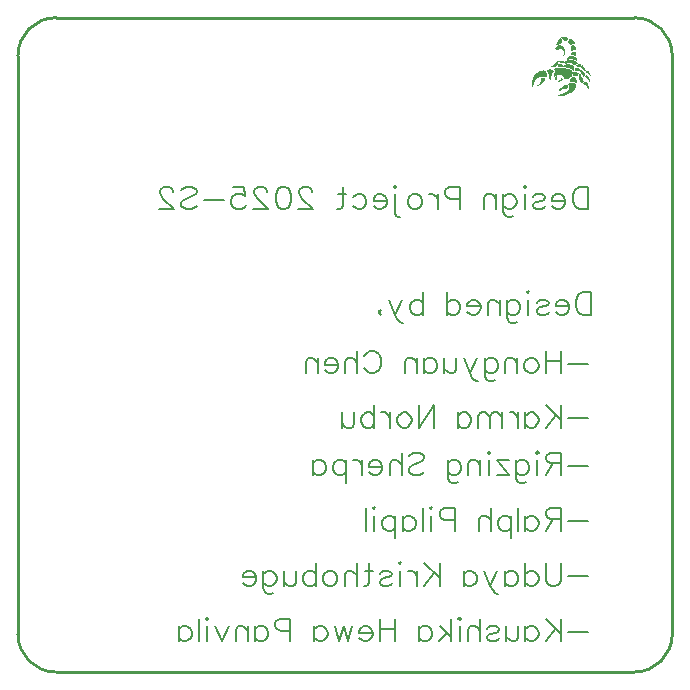
<source format=gbo>
G04 Layer: BottomSilkscreenLayer*
G04 EasyEDA v6.5.51, 2025-10-19 23:19:45*
G04 7b2d1a5a50ca49e0b1e0c3d03fbfd553,f84f62d461a54663ae58951fd378ab02,10*
G04 Gerber Generator version 0.2*
G04 Scale: 100 percent, Rotated: No, Reflected: No *
G04 Dimensions in millimeters *
G04 leading zeros omitted , absolute positions ,4 integer and 5 decimal *
%FSLAX45Y45*%
%MOMM*%

%ADD10C,0.2032*%
%ADD11C,0.2540*%
%ADD12C,0.0105*%

%LPD*%
G36*
X2892856Y1106424D02*
G01*
X2886506Y1106322D01*
X2882493Y1105763D01*
X2879902Y1104595D01*
X2878023Y1103172D01*
X2877769Y1102055D01*
X2879394Y1100734D01*
X2883154Y1098702D01*
X2886354Y1096670D01*
X2889402Y1094079D01*
X2892094Y1090930D01*
X2897479Y1083056D01*
X2900934Y1079754D01*
X2904896Y1077366D01*
X2909316Y1075944D01*
X2914192Y1075486D01*
X2919476Y1075994D01*
X2925267Y1077417D01*
X2931515Y1079804D01*
X2936443Y1082903D01*
X2939694Y1086967D01*
X2941116Y1091641D01*
X2940608Y1096670D01*
X2939542Y1099007D01*
X2937814Y1100683D01*
X2934868Y1101953D01*
X2930347Y1103122D01*
X2925368Y1103985D01*
X2910535Y1105509D01*
X2902458Y1106068D01*
G37*
G36*
X2952089Y1098499D02*
G01*
X2950616Y1097686D01*
X2950159Y1096568D01*
X2949498Y1091184D01*
X2949194Y1082751D01*
X2948432Y1079144D01*
X2946704Y1075944D01*
X2941218Y1069289D01*
X2939643Y1066647D01*
X2939084Y1064260D01*
X2939338Y1061720D01*
X2941574Y1057148D01*
X2945993Y1051102D01*
X2951530Y1044854D01*
X2957169Y1039723D01*
X2959303Y1038199D01*
X2960878Y1037742D01*
X2962503Y1038453D01*
X2964891Y1040282D01*
X2970072Y1043533D01*
X2976219Y1045768D01*
X2982214Y1046784D01*
X2987141Y1046276D01*
X2991002Y1045464D01*
X2992729Y1045413D01*
X2993999Y1045616D01*
X2995625Y1047648D01*
X2996336Y1051610D01*
X2996031Y1056487D01*
X2994710Y1061212D01*
X2993136Y1063955D01*
X2990392Y1067460D01*
X2986836Y1071524D01*
X2978048Y1080262D01*
X2973324Y1084529D01*
X2968599Y1088440D01*
X2964180Y1091692D01*
X2957830Y1095959D01*
X2954172Y1098092D01*
G37*
G36*
X2874619Y1095349D02*
G01*
X2869692Y1094943D01*
X2865170Y1092098D01*
X2860954Y1087577D01*
X2856738Y1082141D01*
X2852166Y1075283D01*
X2846679Y1066292D01*
X2841091Y1056132D01*
X2838348Y1049070D01*
X2838297Y1044143D01*
X2840583Y1040231D01*
X2844088Y1036421D01*
X2852928Y1041044D01*
X2857195Y1042924D01*
X2861818Y1044549D01*
X2866491Y1045768D01*
X2876550Y1047191D01*
X2879750Y1049121D01*
X2881934Y1054100D01*
X2884373Y1063904D01*
X2886710Y1074521D01*
X2887421Y1081024D01*
X2886557Y1085291D01*
X2884017Y1089253D01*
X2879547Y1093419D01*
G37*
G36*
X2982315Y1038809D02*
G01*
X2978099Y1038656D01*
X2974035Y1037386D01*
X2970276Y1034846D01*
X2966567Y1030427D01*
X2963926Y1024280D01*
X2962046Y1015746D01*
X2960827Y1004214D01*
X2960471Y993952D01*
X2962198Y988974D01*
X2966923Y988314D01*
X2980994Y992682D01*
X2985871Y993698D01*
X2990951Y994105D01*
X3008122Y993495D01*
X3008122Y1003757D01*
X3007664Y1009802D01*
X3006344Y1015492D01*
X3004261Y1020775D01*
X3001518Y1025601D01*
X2998266Y1029766D01*
X2994609Y1033271D01*
X2990697Y1036015D01*
X2986532Y1037894D01*
G37*
G36*
X2871165Y1038148D02*
G01*
X2865882Y1038098D01*
X2860903Y1037183D01*
X2854299Y1034897D01*
X2848406Y1032002D01*
X2842971Y1028192D01*
X2837586Y1023366D01*
X2832506Y1017371D01*
X2830372Y1012240D01*
X2831185Y1007668D01*
X2834944Y1003198D01*
X2840786Y999794D01*
X2847492Y998829D01*
X2854604Y1000252D01*
X2861716Y1004112D01*
X2866694Y1007110D01*
X2871571Y1008837D01*
X2876346Y1009396D01*
X2881020Y1008735D01*
X2885490Y1006906D01*
X2889758Y1003858D01*
X2893771Y999693D01*
X2897479Y994308D01*
X2899918Y989736D01*
X2901442Y985570D01*
X2902204Y981049D01*
X2902458Y975512D01*
X2902254Y969518D01*
X2901289Y965149D01*
X2899105Y960983D01*
X2892450Y951941D01*
X2889046Y946556D01*
X2888843Y945489D01*
X2892247Y946150D01*
X2897835Y949807D01*
X2903728Y954989D01*
X2907792Y960119D01*
X2910179Y965047D01*
X2912008Y970076D01*
X2913278Y975258D01*
X2913989Y980490D01*
X2914192Y985824D01*
X2913786Y991158D01*
X2912872Y996543D01*
X2911449Y1001877D01*
X2909468Y1007110D01*
X2906928Y1012342D01*
X2903880Y1017422D01*
X2900324Y1022400D01*
X2896412Y1026668D01*
X2891942Y1030325D01*
X2887065Y1033373D01*
X2881884Y1035710D01*
X2876550Y1037336D01*
G37*
G36*
X2986633Y983081D02*
G01*
X2978912Y982522D01*
X2972765Y980846D01*
X2967939Y977442D01*
X2963316Y972413D01*
X2959811Y967028D01*
X2958439Y962456D01*
X2959303Y957275D01*
X2962656Y954024D01*
X2969361Y952093D01*
X2980486Y950976D01*
X2993491Y950010D01*
X3003296Y948791D01*
X3004616Y949706D01*
X3005480Y952449D01*
X3006293Y957630D01*
X3006648Y965453D01*
X3005582Y972058D01*
X3003194Y977239D01*
X2999486Y980795D01*
X2994101Y982471D01*
G37*
G36*
X2967482Y946302D02*
G01*
X2961081Y945794D01*
X2954731Y944626D01*
X2947365Y942340D01*
X2940354Y939241D01*
X2934462Y935685D01*
X2930448Y932027D01*
X2928569Y928116D01*
X2927807Y923188D01*
X2928264Y918565D01*
X2929890Y915416D01*
X2932328Y913942D01*
X2935274Y913841D01*
X2939288Y915263D01*
X2945180Y918260D01*
X2950819Y920851D01*
X2956712Y922477D01*
X2962910Y923036D01*
X2969412Y922578D01*
X2976270Y921156D01*
X2983585Y918667D01*
X2991307Y915162D01*
X3004007Y908100D01*
X3010814Y904544D01*
X3012338Y904036D01*
X3014827Y905916D01*
X3016097Y910793D01*
X3015945Y917498D01*
X3014421Y924864D01*
X3012643Y928674D01*
X3009950Y932230D01*
X3006496Y935431D01*
X3002229Y938326D01*
X2997403Y940816D01*
X2992018Y942898D01*
X2986278Y944473D01*
X2980182Y945642D01*
X2973882Y946251D01*
G37*
G36*
X2959049Y916482D02*
G01*
X2951429Y915466D01*
X2942183Y912926D01*
X2926842Y907948D01*
X2917494Y904494D01*
X2912211Y901750D01*
X2909062Y898906D01*
X2906826Y894842D01*
X2906877Y890778D01*
X2909112Y886764D01*
X2913583Y883005D01*
X2916580Y881278D01*
X2919476Y880668D01*
X2923946Y881176D01*
X2937510Y883818D01*
X2949956Y885393D01*
X2954934Y885698D01*
X2960420Y885545D01*
X2964637Y884885D01*
X2968498Y883462D01*
X2972816Y881075D01*
X2983534Y874572D01*
X2987040Y872794D01*
X2989935Y871880D01*
X2992678Y871829D01*
X2995726Y872439D01*
X3015030Y878890D01*
X3020923Y880313D01*
X3022752Y881075D01*
X3023412Y883158D01*
X3022904Y885799D01*
X3021228Y888542D01*
X3018485Y890778D01*
X3013506Y894029D01*
X2999638Y902004D01*
X2984804Y909624D01*
X2978658Y912469D01*
X2974187Y914146D01*
X2966262Y916025D01*
G37*
G36*
X2865577Y905510D02*
G01*
X2863545Y905205D01*
X2862834Y903732D01*
X2862681Y900684D01*
X2863392Y895502D01*
X2865374Y891082D01*
X2868523Y887577D01*
X2872841Y884986D01*
X2878124Y883310D01*
X2884322Y882650D01*
X2891383Y883005D01*
X2899105Y884428D01*
X2900527Y885240D01*
X2901594Y886866D01*
X2902305Y889609D01*
X2903321Y902055D01*
X2884017Y903427D01*
X2873146Y904494D01*
G37*
G36*
X2852775Y903935D02*
G01*
X2848406Y903681D01*
X2844342Y902411D01*
X2842463Y901039D01*
X2836062Y894842D01*
X2827782Y886155D01*
X2822194Y880973D01*
X2816250Y875944D01*
X2801620Y864565D01*
X2796540Y859231D01*
X2795117Y855065D01*
X2796946Y851611D01*
X2798876Y850188D01*
X2801467Y849274D01*
X2804922Y848766D01*
X2809494Y848614D01*
X2814726Y848868D01*
X2819196Y849782D01*
X2823921Y851763D01*
X2829915Y855065D01*
X2838450Y860501D01*
X2844088Y865327D01*
X2847238Y869848D01*
X2848711Y877062D01*
X2849930Y880668D01*
X2851708Y884834D01*
X2856128Y893114D01*
X2857703Y896772D01*
X2858516Y899668D01*
X2858516Y901446D01*
X2856433Y903173D01*
G37*
G36*
X2937357Y876553D02*
G01*
X2930448Y876096D01*
X2915513Y873760D01*
X2909620Y872286D01*
X2904388Y870000D01*
X2899968Y867156D01*
X2896565Y863955D01*
X2894330Y860602D01*
X2893415Y857300D01*
X2894076Y854252D01*
X2896362Y851611D01*
X2899156Y850595D01*
X2904439Y849731D01*
X2912364Y849071D01*
X2935782Y847902D01*
X2944215Y847090D01*
X2950210Y845718D01*
X2955747Y843534D01*
X2963367Y839368D01*
X2969869Y834440D01*
X2974695Y829360D01*
X2977235Y824534D01*
X2977997Y822553D01*
X2979216Y821029D01*
X2980842Y819912D01*
X2982874Y819200D01*
X2987954Y818896D01*
X2990850Y821436D01*
X2992069Y827938D01*
X2992069Y839520D01*
X2991612Y857097D01*
X2983890Y863092D01*
X2978810Y866495D01*
X2972917Y869442D01*
X2966313Y871982D01*
X2959303Y873963D01*
X2951988Y875436D01*
X2944622Y876300D01*
G37*
G36*
X2851861Y875893D02*
G01*
X2851861Y870254D01*
X2852267Y865733D01*
X2853436Y861771D01*
X2855366Y858316D01*
X2858058Y855471D01*
X2861411Y853186D01*
X2865475Y851560D01*
X2870200Y850544D01*
X2875534Y850239D01*
X2881579Y850696D01*
X2885897Y852627D01*
X2889250Y856589D01*
X2892552Y863346D01*
X2893974Y867105D01*
X2894634Y869746D01*
X2894482Y871575D01*
X2893618Y872845D01*
X2891332Y873658D01*
X2886659Y874369D01*
X2880004Y874928D01*
G37*
G36*
X3036925Y875385D02*
G01*
X3025597Y874979D01*
X3015996Y873658D01*
X3013049Y872794D01*
X3010763Y871677D01*
X3009188Y870305D01*
X3008325Y868680D01*
X3007309Y862126D01*
X3009290Y857605D01*
X3014624Y854811D01*
X3023717Y853338D01*
X3033979Y852881D01*
X3040735Y854100D01*
X3045206Y857453D01*
X3048508Y863396D01*
X3050692Y869696D01*
X3051149Y872083D01*
X3051098Y873506D01*
X3046577Y874928D01*
G37*
G36*
X3058464Y869187D02*
G01*
X3057144Y868629D01*
X3055518Y867054D01*
X3053740Y864717D01*
X3052114Y861872D01*
X3050438Y858266D01*
X3049625Y855421D01*
X3049524Y853135D01*
X3050184Y851204D01*
X3052013Y848309D01*
X3059582Y838200D01*
X3069234Y826160D01*
X3077311Y816762D01*
X3079597Y814527D01*
X3081528Y813104D01*
X3082798Y812850D01*
X3083814Y813866D01*
X3085033Y816356D01*
X3086404Y822350D01*
X3085896Y829564D01*
X3083712Y837539D01*
X3079851Y845819D01*
X3074416Y854252D01*
X3068269Y861720D01*
X3062630Y867156D01*
G37*
G36*
X3007512Y848156D02*
G01*
X3001975Y848055D01*
X2998216Y846277D01*
X2997047Y844600D01*
X2996590Y842416D01*
X2996844Y839266D01*
X2997809Y834644D01*
X3000349Y827125D01*
X3004261Y822706D01*
X3010966Y820623D01*
X3021736Y820115D01*
X3035858Y820115D01*
X3039008Y828548D01*
X3041142Y832764D01*
X3043174Y835710D01*
X3042513Y836879D01*
X3039618Y837844D01*
X3030270Y839673D01*
X3026460Y840892D01*
X3022854Y842314D01*
X3013811Y846734D01*
G37*
G36*
X2870047Y847344D02*
G01*
X2853994Y847191D01*
X2839872Y846683D01*
X2829509Y845870D01*
X2826308Y845312D01*
X2824784Y844702D01*
X2823260Y841552D01*
X2822702Y836676D01*
X2823108Y830478D01*
X2825394Y818641D01*
X2824937Y814730D01*
X2822956Y810869D01*
X2819044Y806094D01*
X2817215Y802538D01*
X2816047Y797306D01*
X2815488Y791108D01*
X2815539Y784504D01*
X2816148Y778256D01*
X2817317Y772922D01*
X2818942Y769264D01*
X2821025Y767892D01*
X2821736Y768400D01*
X2822549Y769772D01*
X2825445Y779018D01*
X2828137Y781913D01*
X2831795Y782929D01*
X2836519Y782167D01*
X2841345Y780796D01*
X2844393Y780796D01*
X2845968Y782167D01*
X2847136Y789584D01*
X2849219Y791616D01*
X2852674Y791260D01*
X2857398Y788517D01*
X2860040Y786688D01*
X2864967Y784199D01*
X2866644Y783793D01*
X2868523Y784301D01*
X2871317Y785672D01*
X2874721Y787704D01*
X2881884Y792784D01*
X2884728Y794461D01*
X2886710Y795223D01*
X2887624Y794918D01*
X2887675Y793953D01*
X2887319Y792784D01*
X2883001Y786841D01*
X2882544Y783742D01*
X2884119Y781456D01*
X2887522Y780288D01*
X2889808Y779830D01*
X2891434Y779068D01*
X2892501Y777951D01*
X2893669Y774750D01*
X2894990Y772769D01*
X2896819Y770737D01*
X2901442Y766673D01*
X2902915Y764794D01*
X2903474Y762965D01*
X2903067Y759256D01*
X2903423Y757377D01*
X2904286Y755497D01*
X2905709Y753618D01*
X2909671Y751027D01*
X2915005Y750011D01*
X2921203Y750570D01*
X2930804Y753668D01*
X2934309Y754481D01*
X2938018Y755040D01*
X2945892Y755396D01*
X2948787Y756208D01*
X2951175Y757986D01*
X2956052Y764032D01*
X2962706Y770839D01*
X2974289Y780846D01*
X2976067Y805383D01*
X2975965Y811326D01*
X2975254Y815797D01*
X2973730Y819810D01*
X2971850Y823620D01*
X2969768Y826617D01*
X2967431Y828852D01*
X2964484Y830529D01*
X2960827Y831646D01*
X2956153Y832358D01*
X2950260Y832713D01*
X2931160Y833119D01*
X2923692Y834288D01*
X2919831Y836472D01*
X2918460Y840943D01*
X2916986Y843432D01*
X2915869Y844550D01*
X2914192Y845210D01*
X2910890Y845769D01*
X2900375Y846632D01*
X2886100Y847140D01*
G37*
G36*
X2785922Y832662D02*
G01*
X2774289Y832002D01*
X2767228Y831189D01*
X2759557Y829868D01*
X2755849Y828141D01*
X2755646Y825449D01*
X2763367Y814882D01*
X2767177Y807770D01*
X2769920Y800100D01*
X2772918Y785063D01*
X2773730Y782929D01*
X2775000Y781558D01*
X2775305Y779932D01*
X2774594Y770788D01*
X2774746Y767384D01*
X2775407Y764133D01*
X2776626Y761034D01*
X2780030Y755294D01*
X2784805Y748690D01*
X2789326Y743254D01*
X2792069Y740968D01*
X2792476Y742137D01*
X2792831Y745286D01*
X2793238Y764133D01*
X2794050Y769467D01*
X2796082Y773734D01*
X2803956Y784250D01*
X2805785Y788365D01*
X2805785Y792175D01*
X2804160Y796493D01*
X2804109Y798220D01*
X2805226Y800912D01*
X2807309Y804468D01*
X2813202Y812749D01*
X2815437Y816457D01*
X2816860Y819403D01*
X2817215Y821232D01*
X2816199Y822604D01*
X2813964Y824433D01*
X2810713Y826414D01*
X2806903Y828344D01*
X2803093Y829970D01*
X2799181Y831138D01*
X2795168Y832002D01*
X2790748Y832510D01*
G37*
G36*
X3049574Y830071D02*
G01*
X3045155Y828040D01*
X3042361Y824128D01*
X3041954Y818896D01*
X3043986Y811580D01*
X3048558Y801522D01*
X3061360Y775004D01*
X3064510Y770585D01*
X3067659Y767486D01*
X3070301Y766318D01*
X3072231Y767029D01*
X3074162Y769213D01*
X3076194Y772972D01*
X3079800Y781862D01*
X3082340Y786739D01*
X3083255Y787755D01*
X3084931Y790397D01*
X3083661Y795070D01*
X3079292Y802081D01*
X3071672Y811682D01*
X3061970Y822401D01*
X3054908Y828344D01*
G37*
G36*
X2730449Y824788D02*
G01*
X2721711Y824077D01*
X2714091Y822502D01*
X2702966Y818235D01*
X2696718Y815492D01*
X2684068Y809193D01*
X2678176Y805992D01*
X2668320Y799846D01*
X2663647Y796290D01*
X2659430Y792530D01*
X2655620Y788466D01*
X2652217Y783945D01*
X2648966Y778865D01*
X2645918Y773023D01*
X2642920Y766419D01*
X2639923Y758799D01*
X2637434Y751789D01*
X2635300Y744931D01*
X2633573Y738276D01*
X2632151Y731774D01*
X2631135Y725525D01*
X2630474Y719531D01*
X2630220Y713790D01*
X2630322Y708355D01*
X2630779Y703275D01*
X2631643Y698601D01*
X2632862Y694283D01*
X2634488Y690372D01*
X2637231Y684784D01*
X2646019Y713638D01*
X2648661Y721156D01*
X2651353Y727964D01*
X2654198Y734060D01*
X2657144Y739444D01*
X2660294Y744270D01*
X2663647Y748538D01*
X2667203Y752348D01*
X2671064Y755650D01*
X2675280Y758545D01*
X2679801Y761136D01*
X2684729Y763371D01*
X2689148Y765098D01*
X2693365Y766368D01*
X2697683Y767232D01*
X2702255Y767689D01*
X2707335Y767842D01*
X2719984Y767029D01*
X2728010Y766114D01*
X2739390Y765200D01*
X2747060Y766013D01*
X2752039Y768756D01*
X2755493Y773836D01*
X2757322Y780592D01*
X2757322Y789076D01*
X2755646Y798525D01*
X2752344Y808278D01*
X2748178Y816508D01*
X2743708Y821588D01*
X2738069Y824128D01*
G37*
G36*
X3102000Y821740D02*
G01*
X3099003Y821486D01*
X3096361Y820623D01*
X3093923Y819150D01*
X3091383Y816864D01*
X3087370Y811428D01*
X3087065Y807161D01*
X3090418Y804062D01*
X3103626Y800404D01*
X3108706Y797864D01*
X3113633Y793800D01*
X3123387Y783082D01*
X3126587Y780288D01*
X3128772Y779221D01*
X3129991Y779932D01*
X3130143Y782269D01*
X3129280Y786333D01*
X3127349Y791921D01*
X3124352Y799134D01*
X3119170Y809244D01*
X3113786Y816305D01*
X3108147Y820369D01*
G37*
G36*
X2984347Y813562D02*
G01*
X2983128Y812596D01*
X2982214Y808024D01*
X2981096Y798728D01*
X2980740Y789127D01*
X2982620Y783031D01*
X2987548Y779272D01*
X2996387Y776579D01*
X3008172Y774496D01*
X3015996Y774700D01*
X3020314Y777341D01*
X3021685Y782523D01*
X3021990Y784809D01*
X3022854Y787552D01*
X3024174Y790498D01*
X3028340Y798576D01*
X3027883Y802284D01*
X3024174Y804722D01*
X3012744Y806856D01*
X3002483Y809142D01*
X2990900Y812596D01*
X2986684Y813562D01*
G37*
G36*
X3037281Y794461D02*
G01*
X3034334Y793648D01*
X3031591Y792226D01*
X3029966Y789686D01*
X3029153Y785266D01*
X3029000Y778205D01*
X3029356Y772210D01*
X3030474Y764997D01*
X3032099Y757072D01*
X3034182Y748842D01*
X3036570Y740816D01*
X3039160Y733450D01*
X3041751Y727252D01*
X3044240Y722680D01*
X3048000Y717905D01*
X3051708Y714654D01*
X3055162Y713079D01*
X3058007Y713384D01*
X3059023Y714349D01*
X3061868Y718566D01*
X3064764Y724052D01*
X3066288Y726287D01*
X3067608Y727760D01*
X3069742Y728726D01*
X3070301Y730046D01*
X3070250Y732282D01*
X3069539Y735584D01*
X3068218Y740054D01*
X3063494Y752652D01*
X3060090Y760984D01*
X3055416Y771601D01*
X3051200Y780288D01*
X3047593Y786688D01*
X3044901Y790295D01*
X3041853Y792988D01*
X3039516Y794308D01*
G37*
G36*
X3093872Y782167D02*
G01*
X3090570Y781558D01*
X3087319Y779932D01*
X3084169Y777290D01*
X3080105Y771804D01*
X3079699Y767486D01*
X3082848Y764133D01*
X3094126Y760222D01*
X3098190Y757986D01*
X3102000Y755040D01*
X3105404Y751382D01*
X3108401Y747166D01*
X3110992Y742289D01*
X3113074Y736955D01*
X3115513Y727608D01*
X3116478Y724611D01*
X3117494Y722528D01*
X3118358Y721664D01*
X3119882Y724103D01*
X3120644Y730859D01*
X3120542Y739394D01*
X3119424Y747268D01*
X3117443Y754329D01*
X3115157Y760628D01*
X3112617Y766216D01*
X3109823Y771042D01*
X3106826Y775004D01*
X3103727Y778154D01*
X3100476Y780440D01*
X3097174Y781761D01*
G37*
G36*
X2841548Y774242D02*
G01*
X2839059Y773988D01*
X2836570Y773226D01*
X2834233Y772058D01*
X2832252Y770483D01*
X2828645Y765911D01*
X2827172Y760831D01*
X2827782Y755650D01*
X2830474Y750620D01*
X2834030Y746607D01*
X2836773Y744778D01*
X2838704Y745134D01*
X2839872Y747623D01*
X2846171Y772515D01*
X2845765Y773582D01*
X2844292Y774090D01*
G37*
G36*
X2982010Y772464D02*
G01*
X2977692Y772109D01*
X2974492Y769061D01*
X2969717Y763625D01*
X2955899Y750316D01*
X2952546Y746455D01*
X2950921Y743254D01*
X2950514Y740105D01*
X2951581Y734314D01*
X2955340Y730351D01*
X2962198Y727913D01*
X2972866Y726643D01*
X2980334Y725982D01*
X2986532Y724916D01*
X2992170Y723239D01*
X3006090Y717753D01*
X3010662Y717854D01*
X3012440Y721614D01*
X3012236Y729488D01*
X3011474Y734771D01*
X3010306Y739851D01*
X3008680Y744728D01*
X3006598Y749401D01*
X3004108Y753770D01*
X3001264Y757885D01*
X2997962Y761695D01*
X2994355Y765149D01*
X2987548Y770128D01*
G37*
G36*
X2718155Y764692D02*
G01*
X2710484Y763016D01*
X2709062Y761898D01*
X2708046Y760222D01*
X2707487Y757834D01*
X2706624Y745337D01*
X2704846Y735787D01*
X2702102Y726948D01*
X2698699Y719886D01*
X2696057Y716330D01*
X2692501Y712317D01*
X2688437Y708406D01*
X2679242Y700836D01*
X2676144Y697636D01*
X2674975Y695350D01*
X2675686Y694029D01*
X2678226Y693775D01*
X2682544Y694537D01*
X2688488Y696417D01*
X2696057Y699414D01*
X2701391Y702157D01*
X2707538Y706018D01*
X2714040Y710793D01*
X2720543Y716127D01*
X2726740Y721614D01*
X2732227Y727049D01*
X2736646Y732078D01*
X2739542Y736346D01*
X2742082Y742188D01*
X2743250Y747776D01*
X2743098Y752805D01*
X2741523Y757072D01*
X2736138Y761238D01*
X2727502Y763930D01*
G37*
G36*
X2883204Y759764D02*
G01*
X2880715Y758596D01*
X2878734Y755345D01*
X2874162Y750062D01*
X2865729Y743204D01*
X2856738Y737209D01*
X2850692Y734669D01*
X2848711Y734212D01*
X2848356Y733094D01*
X2849524Y731774D01*
X2852013Y730656D01*
X2858211Y730046D01*
X2865729Y731164D01*
X2874010Y733806D01*
X2882442Y737870D01*
X2889656Y742594D01*
X2893110Y746709D01*
X2893009Y750925D01*
X2889656Y755802D01*
X2886202Y758850D01*
G37*
G36*
X3081477Y727760D02*
G01*
X3077667Y727100D01*
X3071825Y724204D01*
X3067761Y721258D01*
X3065475Y718261D01*
X3064967Y715213D01*
X3066237Y712114D01*
X3069234Y708964D01*
X3074060Y705866D01*
X3080664Y702767D01*
X3089706Y697992D01*
X3096615Y692099D01*
X3101390Y685038D01*
X3103981Y676910D01*
X3105150Y671779D01*
X3106521Y668477D01*
X3108198Y667054D01*
X3110230Y667359D01*
X3111246Y668883D01*
X3111754Y672185D01*
X3111906Y677722D01*
X3111652Y685749D01*
X3111042Y695045D01*
X3110077Y701497D01*
X3108350Y706577D01*
X3105556Y711860D01*
X3103168Y715619D01*
X3097936Y721969D01*
X3095752Y723798D01*
X3091281Y725932D01*
X3086252Y727303D01*
G37*
G36*
X2962910Y720699D02*
G01*
X2956001Y720191D01*
X2946603Y717956D01*
X2941675Y713892D01*
X2940913Y707542D01*
X2945892Y693216D01*
X2947060Y688136D01*
X2947517Y683056D01*
X2947365Y678027D01*
X2946450Y673100D01*
X2944926Y668375D01*
X2942691Y663854D01*
X2939846Y659688D01*
X2937002Y656945D01*
X2932125Y653135D01*
X2918561Y643686D01*
X2903575Y634288D01*
X2897022Y630529D01*
X2891790Y627938D01*
X2881579Y624078D01*
X2858262Y616661D01*
X2852318Y613765D01*
X2850591Y611174D01*
X2852724Y608634D01*
X2855264Y607517D01*
X2858820Y606806D01*
X2863189Y606450D01*
X2868371Y606501D01*
X2874162Y606856D01*
X2880461Y607517D01*
X2887218Y608533D01*
X2901492Y611428D01*
X2916072Y615391D01*
X2932684Y621182D01*
X2941218Y624484D01*
X2955594Y630885D01*
X2961741Y634085D01*
X2967228Y637286D01*
X2972206Y640638D01*
X2976778Y644093D01*
X2981147Y647852D01*
X2985109Y651713D01*
X2988665Y655777D01*
X2991866Y660044D01*
X2994863Y664718D01*
X2997606Y669747D01*
X3000197Y675335D01*
X3002737Y681482D01*
X3005582Y690372D01*
X3006496Y697534D01*
X3005480Y703529D01*
X3002534Y708914D01*
X2999587Y711809D01*
X2995320Y714400D01*
X2989935Y716635D01*
X2983788Y718413D01*
X2977032Y719734D01*
X2970022Y720496D01*
G37*
G36*
X2924149Y702868D02*
G01*
X2916123Y701497D01*
X2906318Y697890D01*
X2900426Y694994D01*
X2894533Y691540D01*
X2888742Y687628D01*
X2883154Y683310D01*
X2877870Y678738D01*
X2872994Y673963D01*
X2868574Y669137D01*
X2864764Y664311D01*
X2861665Y659638D01*
X2859278Y655167D01*
X2857804Y651002D01*
X2857296Y647293D01*
X2857398Y644855D01*
X2857906Y643686D01*
X2859125Y643686D01*
X2861360Y644601D01*
X2863748Y645972D01*
X2871419Y651510D01*
X2880258Y658571D01*
X2884474Y661517D01*
X2888386Y663803D01*
X2892298Y665530D01*
X2896362Y666800D01*
X2900680Y667613D01*
X2905506Y668070D01*
X2920187Y668629D01*
X2926892Y670102D01*
X2931922Y672947D01*
X2936240Y677519D01*
X2939440Y683260D01*
X2940405Y689152D01*
X2939237Y694588D01*
X2935935Y699109D01*
X2930702Y702106D01*
G37*
D10*
X3105386Y-3927894D02*
G01*
X2939130Y-3927894D01*
X2878170Y-3817058D02*
G01*
X2878170Y-4011020D01*
X2748861Y-3817058D02*
G01*
X2878170Y-3946367D01*
X2831990Y-3900185D02*
G01*
X2748861Y-4011020D01*
X2577066Y-3881711D02*
G01*
X2577066Y-4011020D01*
X2577066Y-3909420D02*
G01*
X2595539Y-3890949D01*
X2614010Y-3881711D01*
X2641721Y-3881711D01*
X2660192Y-3890949D01*
X2678666Y-3909420D01*
X2687901Y-3937129D01*
X2687901Y-3955602D01*
X2678666Y-3983311D01*
X2660192Y-4001785D01*
X2641721Y-4011020D01*
X2614010Y-4011020D01*
X2595539Y-4001785D01*
X2577066Y-3983311D01*
X2516106Y-3881711D02*
G01*
X2516106Y-3974076D01*
X2506870Y-4001785D01*
X2488397Y-4011020D01*
X2460688Y-4011020D01*
X2442215Y-4001785D01*
X2414506Y-3974076D01*
X2414506Y-3881711D02*
G01*
X2414506Y-4011020D01*
X2251946Y-3909420D02*
G01*
X2261181Y-3890949D01*
X2288890Y-3881711D01*
X2316601Y-3881711D01*
X2344310Y-3890949D01*
X2353546Y-3909420D01*
X2344310Y-3927894D01*
X2325837Y-3937129D01*
X2279655Y-3946367D01*
X2261181Y-3955602D01*
X2251946Y-3974076D01*
X2251946Y-3983311D01*
X2261181Y-4001785D01*
X2288890Y-4011020D01*
X2316601Y-4011020D01*
X2344310Y-4001785D01*
X2353546Y-3983311D01*
X2190986Y-3817058D02*
G01*
X2190986Y-4011020D01*
X2190986Y-3918658D02*
G01*
X2163277Y-3890949D01*
X2144803Y-3881711D01*
X2117095Y-3881711D01*
X2098621Y-3890949D01*
X2089386Y-3918658D01*
X2089386Y-4011020D01*
X2028426Y-3817058D02*
G01*
X2019190Y-3826294D01*
X2009952Y-3817058D01*
X2019190Y-3807820D01*
X2028426Y-3817058D01*
X2019190Y-3881711D02*
G01*
X2019190Y-4011020D01*
X1948992Y-3817058D02*
G01*
X1948992Y-4011020D01*
X1856630Y-3881711D02*
G01*
X1948992Y-3974076D01*
X1912048Y-3937129D02*
G01*
X1847392Y-4011020D01*
X1675597Y-3881711D02*
G01*
X1675597Y-4011020D01*
X1675597Y-3909420D02*
G01*
X1694070Y-3890949D01*
X1712541Y-3881711D01*
X1740250Y-3881711D01*
X1758723Y-3890949D01*
X1777197Y-3909420D01*
X1786432Y-3937129D01*
X1786432Y-3955602D01*
X1777197Y-3983311D01*
X1758723Y-4001785D01*
X1740250Y-4011020D01*
X1712541Y-4011020D01*
X1694070Y-4001785D01*
X1675597Y-3983311D01*
X1472397Y-3817058D02*
G01*
X1472397Y-4011020D01*
X1343088Y-3817058D02*
G01*
X1343088Y-4011020D01*
X1472397Y-3909420D02*
G01*
X1343088Y-3909420D01*
X1282128Y-3937129D02*
G01*
X1171290Y-3937129D01*
X1171290Y-3918658D01*
X1180528Y-3900185D01*
X1189763Y-3890949D01*
X1208237Y-3881711D01*
X1235946Y-3881711D01*
X1254419Y-3890949D01*
X1272890Y-3909420D01*
X1282128Y-3937129D01*
X1282128Y-3955602D01*
X1272890Y-3983311D01*
X1254419Y-4001785D01*
X1235946Y-4011020D01*
X1208237Y-4011020D01*
X1189763Y-4001785D01*
X1171290Y-3983311D01*
X1110330Y-3881711D02*
G01*
X1073386Y-4011020D01*
X1036441Y-3881711D02*
G01*
X1073386Y-4011020D01*
X1036441Y-3881711D02*
G01*
X999495Y-4011020D01*
X962550Y-3881711D02*
G01*
X999495Y-4011020D01*
X790752Y-3881711D02*
G01*
X790752Y-4011020D01*
X790752Y-3909420D02*
G01*
X809226Y-3890949D01*
X827699Y-3881711D01*
X855408Y-3881711D01*
X873881Y-3890949D01*
X892352Y-3909420D01*
X901590Y-3937129D01*
X901590Y-3955602D01*
X892352Y-3983311D01*
X873881Y-4001785D01*
X855408Y-4011020D01*
X827699Y-4011020D01*
X809226Y-4001785D01*
X790752Y-3983311D01*
X587552Y-3817058D02*
G01*
X587552Y-4011020D01*
X587552Y-3817058D02*
G01*
X504426Y-3817058D01*
X476717Y-3826294D01*
X467481Y-3835529D01*
X458243Y-3854002D01*
X458243Y-3881711D01*
X467481Y-3900185D01*
X476717Y-3909420D01*
X504426Y-3918658D01*
X587552Y-3918658D01*
X286448Y-3881711D02*
G01*
X286448Y-4011020D01*
X286448Y-3909420D02*
G01*
X304921Y-3890949D01*
X323392Y-3881711D01*
X351101Y-3881711D01*
X369575Y-3890949D01*
X388048Y-3909420D01*
X397283Y-3937129D01*
X397283Y-3955602D01*
X388048Y-3983311D01*
X369575Y-4001785D01*
X351101Y-4011020D01*
X323392Y-4011020D01*
X304921Y-4001785D01*
X286448Y-3983311D01*
X225488Y-3881711D02*
G01*
X225488Y-4011020D01*
X225488Y-3918658D02*
G01*
X197779Y-3890949D01*
X179306Y-3881711D01*
X151597Y-3881711D01*
X133123Y-3890949D01*
X123888Y-3918658D01*
X123888Y-4011020D01*
X62928Y-3881711D02*
G01*
X7510Y-4011020D01*
X-47909Y-3881711D02*
G01*
X7510Y-4011020D01*
X-108869Y-3817058D02*
G01*
X-118104Y-3826294D01*
X-127340Y-3817058D01*
X-118104Y-3807820D01*
X-108869Y-3817058D01*
X-118104Y-3881711D02*
G01*
X-118104Y-4011020D01*
X-188300Y-3817058D02*
G01*
X-188300Y-4011020D01*
X-360098Y-3881711D02*
G01*
X-360098Y-4011020D01*
X-360098Y-3909420D02*
G01*
X-341624Y-3890949D01*
X-323151Y-3881711D01*
X-295442Y-3881711D01*
X-276969Y-3890949D01*
X-258498Y-3909420D01*
X-249260Y-3937129D01*
X-249260Y-3955602D01*
X-258498Y-3983311D01*
X-276969Y-4001785D01*
X-295442Y-4011020D01*
X-323151Y-4011020D01*
X-341624Y-4001785D01*
X-360098Y-3983311D01*
X3105393Y-3459314D02*
G01*
X2939138Y-3459314D01*
X2878178Y-3348479D02*
G01*
X2878178Y-3487023D01*
X2868942Y-3514732D01*
X2850469Y-3533206D01*
X2822760Y-3542441D01*
X2804289Y-3542441D01*
X2776578Y-3533206D01*
X2758107Y-3514732D01*
X2748869Y-3487023D01*
X2748869Y-3348479D01*
X2577073Y-3348479D02*
G01*
X2577073Y-3542441D01*
X2577073Y-3440841D02*
G01*
X2595547Y-3422370D01*
X2614018Y-3413132D01*
X2641729Y-3413132D01*
X2660200Y-3422370D01*
X2678673Y-3440841D01*
X2687909Y-3468550D01*
X2687909Y-3487023D01*
X2678673Y-3514732D01*
X2660200Y-3533206D01*
X2641729Y-3542441D01*
X2614018Y-3542441D01*
X2595547Y-3533206D01*
X2577073Y-3514732D01*
X2405278Y-3413132D02*
G01*
X2405278Y-3542441D01*
X2405278Y-3440841D02*
G01*
X2423749Y-3422370D01*
X2442222Y-3413132D01*
X2469931Y-3413132D01*
X2488404Y-3422370D01*
X2506878Y-3440841D01*
X2516113Y-3468550D01*
X2516113Y-3487023D01*
X2506878Y-3514732D01*
X2488404Y-3533206D01*
X2469931Y-3542441D01*
X2442222Y-3542441D01*
X2423749Y-3533206D01*
X2405278Y-3514732D01*
X2335080Y-3413132D02*
G01*
X2279662Y-3542441D01*
X2224244Y-3413132D02*
G01*
X2279662Y-3542441D01*
X2298136Y-3579388D01*
X2316609Y-3597861D01*
X2335080Y-3607097D01*
X2344318Y-3607097D01*
X2052449Y-3413132D02*
G01*
X2052449Y-3542441D01*
X2052449Y-3440841D02*
G01*
X2070920Y-3422370D01*
X2089393Y-3413132D01*
X2117102Y-3413132D01*
X2135576Y-3422370D01*
X2154049Y-3440841D01*
X2163284Y-3468550D01*
X2163284Y-3487023D01*
X2154049Y-3514732D01*
X2135576Y-3533206D01*
X2117102Y-3542441D01*
X2089393Y-3542441D01*
X2070920Y-3533206D01*
X2052449Y-3514732D01*
X1849249Y-3348479D02*
G01*
X1849249Y-3542441D01*
X1719938Y-3348479D02*
G01*
X1849249Y-3477788D01*
X1803067Y-3431606D02*
G01*
X1719938Y-3542441D01*
X1658978Y-3413132D02*
G01*
X1658978Y-3542441D01*
X1658978Y-3468550D02*
G01*
X1649742Y-3440841D01*
X1631269Y-3422370D01*
X1612798Y-3413132D01*
X1585089Y-3413132D01*
X1524129Y-3348479D02*
G01*
X1514891Y-3357714D01*
X1505656Y-3348479D01*
X1514891Y-3339241D01*
X1524129Y-3348479D01*
X1514891Y-3413132D02*
G01*
X1514891Y-3542441D01*
X1343096Y-3440841D02*
G01*
X1352331Y-3422370D01*
X1380040Y-3413132D01*
X1407749Y-3413132D01*
X1435458Y-3422370D01*
X1444696Y-3440841D01*
X1435458Y-3459314D01*
X1416987Y-3468550D01*
X1370804Y-3477788D01*
X1352331Y-3487023D01*
X1343096Y-3505497D01*
X1343096Y-3514732D01*
X1352331Y-3533206D01*
X1380040Y-3542441D01*
X1407749Y-3542441D01*
X1435458Y-3533206D01*
X1444696Y-3514732D01*
X1254427Y-3348479D02*
G01*
X1254427Y-3505497D01*
X1245189Y-3533206D01*
X1226718Y-3542441D01*
X1208244Y-3542441D01*
X1282136Y-3413132D02*
G01*
X1217480Y-3413132D01*
X1147284Y-3348479D02*
G01*
X1147284Y-3542441D01*
X1147284Y-3450079D02*
G01*
X1119576Y-3422370D01*
X1101102Y-3413132D01*
X1073393Y-3413132D01*
X1054920Y-3422370D01*
X1045684Y-3450079D01*
X1045684Y-3542441D01*
X938542Y-3413132D02*
G01*
X957016Y-3422370D01*
X975489Y-3440841D01*
X984724Y-3468550D01*
X984724Y-3487023D01*
X975489Y-3514732D01*
X957016Y-3533206D01*
X938542Y-3542441D01*
X910833Y-3542441D01*
X892360Y-3533206D01*
X873889Y-3514732D01*
X864651Y-3487023D01*
X864651Y-3468550D01*
X873889Y-3440841D01*
X892360Y-3422370D01*
X910833Y-3413132D01*
X938542Y-3413132D01*
X803691Y-3348479D02*
G01*
X803691Y-3542441D01*
X803691Y-3440841D02*
G01*
X785218Y-3422370D01*
X766747Y-3413132D01*
X739038Y-3413132D01*
X720564Y-3422370D01*
X702091Y-3440841D01*
X692856Y-3468550D01*
X692856Y-3487023D01*
X702091Y-3514732D01*
X720564Y-3533206D01*
X739038Y-3542441D01*
X766747Y-3542441D01*
X785218Y-3533206D01*
X803691Y-3514732D01*
X631896Y-3413132D02*
G01*
X631896Y-3505497D01*
X622658Y-3533206D01*
X604187Y-3542441D01*
X576478Y-3542441D01*
X558004Y-3533206D01*
X530296Y-3505497D01*
X530296Y-3413132D02*
G01*
X530296Y-3542441D01*
X358498Y-3413132D02*
G01*
X358498Y-3560914D01*
X367736Y-3588623D01*
X376971Y-3597861D01*
X395444Y-3607097D01*
X423153Y-3607097D01*
X441627Y-3597861D01*
X358498Y-3440841D02*
G01*
X376971Y-3422370D01*
X395444Y-3413132D01*
X423153Y-3413132D01*
X441627Y-3422370D01*
X460098Y-3440841D01*
X469336Y-3468550D01*
X469336Y-3487023D01*
X460098Y-3514732D01*
X441627Y-3533206D01*
X423153Y-3542441D01*
X395444Y-3542441D01*
X376971Y-3533206D01*
X358498Y-3514732D01*
X297538Y-3468550D02*
G01*
X186702Y-3468550D01*
X186702Y-3450079D01*
X195938Y-3431606D01*
X205176Y-3422370D01*
X223649Y-3413132D01*
X251358Y-3413132D01*
X269829Y-3422370D01*
X288302Y-3440841D01*
X297538Y-3468550D01*
X297538Y-3487023D01*
X288302Y-3514732D01*
X269829Y-3533206D01*
X251358Y-3542441D01*
X223649Y-3542441D01*
X205176Y-3533206D01*
X186702Y-3514732D01*
X3105386Y-2990733D02*
G01*
X2939130Y-2990733D01*
X2878170Y-2879897D02*
G01*
X2878170Y-3073859D01*
X2878170Y-2879897D02*
G01*
X2795043Y-2879897D01*
X2767335Y-2889133D01*
X2758099Y-2898368D01*
X2748861Y-2916842D01*
X2748861Y-2935315D01*
X2758099Y-2953788D01*
X2767335Y-2963024D01*
X2795043Y-2972259D01*
X2878170Y-2972259D01*
X2813517Y-2972259D02*
G01*
X2748861Y-3073859D01*
X2577066Y-2944550D02*
G01*
X2577066Y-3073859D01*
X2577066Y-2972259D02*
G01*
X2595539Y-2953788D01*
X2614010Y-2944550D01*
X2641721Y-2944550D01*
X2660192Y-2953788D01*
X2678666Y-2972259D01*
X2687901Y-2999968D01*
X2687901Y-3018442D01*
X2678666Y-3046150D01*
X2660192Y-3064624D01*
X2641721Y-3073859D01*
X2614010Y-3073859D01*
X2595539Y-3064624D01*
X2577066Y-3046150D01*
X2516106Y-2879897D02*
G01*
X2516106Y-3073859D01*
X2455146Y-2944550D02*
G01*
X2455146Y-3138515D01*
X2455146Y-2972259D02*
G01*
X2436672Y-2953788D01*
X2418201Y-2944550D01*
X2390490Y-2944550D01*
X2372019Y-2953788D01*
X2353546Y-2972259D01*
X2344310Y-2999968D01*
X2344310Y-3018442D01*
X2353546Y-3046150D01*
X2372019Y-3064624D01*
X2390490Y-3073859D01*
X2418201Y-3073859D01*
X2436672Y-3064624D01*
X2455146Y-3046150D01*
X2283350Y-2879897D02*
G01*
X2283350Y-3073859D01*
X2283350Y-2981497D02*
G01*
X2255641Y-2953788D01*
X2237168Y-2944550D01*
X2209459Y-2944550D01*
X2190986Y-2953788D01*
X2181750Y-2981497D01*
X2181750Y-3073859D01*
X1978550Y-2879897D02*
G01*
X1978550Y-3073859D01*
X1978550Y-2879897D02*
G01*
X1895421Y-2879897D01*
X1867712Y-2889133D01*
X1858477Y-2898368D01*
X1849241Y-2916842D01*
X1849241Y-2944550D01*
X1858477Y-2963024D01*
X1867712Y-2972259D01*
X1895421Y-2981497D01*
X1978550Y-2981497D01*
X1788281Y-2879897D02*
G01*
X1779043Y-2889133D01*
X1769808Y-2879897D01*
X1779043Y-2870659D01*
X1788281Y-2879897D01*
X1779043Y-2944550D02*
G01*
X1779043Y-3073859D01*
X1708848Y-2879897D02*
G01*
X1708848Y-3073859D01*
X1537050Y-2944550D02*
G01*
X1537050Y-3073859D01*
X1537050Y-2972259D02*
G01*
X1555523Y-2953788D01*
X1573997Y-2944550D01*
X1601706Y-2944550D01*
X1620179Y-2953788D01*
X1638650Y-2972259D01*
X1647888Y-2999968D01*
X1647888Y-3018442D01*
X1638650Y-3046150D01*
X1620179Y-3064624D01*
X1601706Y-3073859D01*
X1573997Y-3073859D01*
X1555523Y-3064624D01*
X1537050Y-3046150D01*
X1476090Y-2944550D02*
G01*
X1476090Y-3138515D01*
X1476090Y-2972259D02*
G01*
X1457619Y-2953788D01*
X1439146Y-2944550D01*
X1411437Y-2944550D01*
X1392963Y-2953788D01*
X1374490Y-2972259D01*
X1365255Y-2999968D01*
X1365255Y-3018442D01*
X1374490Y-3046150D01*
X1392963Y-3064624D01*
X1411437Y-3073859D01*
X1439146Y-3073859D01*
X1457619Y-3064624D01*
X1476090Y-3046150D01*
X1304295Y-2879897D02*
G01*
X1295059Y-2889133D01*
X1285821Y-2879897D01*
X1295059Y-2870659D01*
X1304295Y-2879897D01*
X1295059Y-2944550D02*
G01*
X1295059Y-3073859D01*
X1224861Y-2879897D02*
G01*
X1224861Y-3073859D01*
X3105388Y-2522153D02*
G01*
X2939133Y-2522153D01*
X2878173Y-2411318D02*
G01*
X2878173Y-2605280D01*
X2878173Y-2411318D02*
G01*
X2795046Y-2411318D01*
X2767337Y-2420553D01*
X2758102Y-2429789D01*
X2748864Y-2448262D01*
X2748864Y-2466736D01*
X2758102Y-2485209D01*
X2767337Y-2494445D01*
X2795046Y-2503680D01*
X2878173Y-2503680D01*
X2813519Y-2503680D02*
G01*
X2748864Y-2605280D01*
X2687904Y-2411318D02*
G01*
X2678668Y-2420553D01*
X2669433Y-2411318D01*
X2678668Y-2402080D01*
X2687904Y-2411318D01*
X2678668Y-2475971D02*
G01*
X2678668Y-2605280D01*
X2497635Y-2475971D02*
G01*
X2497635Y-2623753D01*
X2506873Y-2651462D01*
X2516108Y-2660700D01*
X2534582Y-2669936D01*
X2562291Y-2669936D01*
X2580764Y-2660700D01*
X2497635Y-2503680D02*
G01*
X2516108Y-2485209D01*
X2534582Y-2475971D01*
X2562291Y-2475971D01*
X2580764Y-2485209D01*
X2599235Y-2503680D01*
X2608473Y-2531389D01*
X2608473Y-2549862D01*
X2599235Y-2577571D01*
X2580764Y-2596045D01*
X2562291Y-2605280D01*
X2534582Y-2605280D01*
X2516108Y-2596045D01*
X2497635Y-2577571D01*
X2335075Y-2475971D02*
G01*
X2436675Y-2605280D01*
X2436675Y-2475971D02*
G01*
X2335075Y-2475971D01*
X2436675Y-2605280D02*
G01*
X2335075Y-2605280D01*
X2274115Y-2411318D02*
G01*
X2264879Y-2420553D01*
X2255644Y-2411318D01*
X2264879Y-2402080D01*
X2274115Y-2411318D01*
X2264879Y-2475971D02*
G01*
X2264879Y-2605280D01*
X2194684Y-2475971D02*
G01*
X2194684Y-2605280D01*
X2194684Y-2512918D02*
G01*
X2166973Y-2485209D01*
X2148502Y-2475971D01*
X2120793Y-2475971D01*
X2102319Y-2485209D01*
X2093084Y-2512918D01*
X2093084Y-2605280D01*
X1921286Y-2475971D02*
G01*
X1921286Y-2623753D01*
X1930524Y-2651462D01*
X1939759Y-2660700D01*
X1958233Y-2669936D01*
X1985942Y-2669936D01*
X2004413Y-2660700D01*
X1921286Y-2503680D02*
G01*
X1939759Y-2485209D01*
X1958233Y-2475971D01*
X1985942Y-2475971D01*
X2004413Y-2485209D01*
X2022886Y-2503680D01*
X2032124Y-2531389D01*
X2032124Y-2549862D01*
X2022886Y-2577571D01*
X2004413Y-2596045D01*
X1985942Y-2605280D01*
X1958233Y-2605280D01*
X1939759Y-2596045D01*
X1921286Y-2577571D01*
X1588777Y-2439027D02*
G01*
X1607251Y-2420553D01*
X1634959Y-2411318D01*
X1671904Y-2411318D01*
X1699613Y-2420553D01*
X1718086Y-2439027D01*
X1718086Y-2457500D01*
X1708851Y-2475971D01*
X1699613Y-2485209D01*
X1681142Y-2494445D01*
X1625724Y-2512918D01*
X1607251Y-2522153D01*
X1598013Y-2531389D01*
X1588777Y-2549862D01*
X1588777Y-2577571D01*
X1607251Y-2596045D01*
X1634959Y-2605280D01*
X1671904Y-2605280D01*
X1699613Y-2596045D01*
X1718086Y-2577571D01*
X1527817Y-2411318D02*
G01*
X1527817Y-2605280D01*
X1527817Y-2512918D02*
G01*
X1500108Y-2485209D01*
X1481635Y-2475971D01*
X1453926Y-2475971D01*
X1435453Y-2485209D01*
X1426217Y-2512918D01*
X1426217Y-2605280D01*
X1365257Y-2531389D02*
G01*
X1254422Y-2531389D01*
X1254422Y-2512918D01*
X1263657Y-2494445D01*
X1272893Y-2485209D01*
X1291366Y-2475971D01*
X1319075Y-2475971D01*
X1337548Y-2485209D01*
X1356022Y-2503680D01*
X1365257Y-2531389D01*
X1365257Y-2549862D01*
X1356022Y-2577571D01*
X1337548Y-2596045D01*
X1319075Y-2605280D01*
X1291366Y-2605280D01*
X1272893Y-2596045D01*
X1254422Y-2577571D01*
X1193462Y-2475971D02*
G01*
X1193462Y-2605280D01*
X1193462Y-2531389D02*
G01*
X1184224Y-2503680D01*
X1165753Y-2485209D01*
X1147279Y-2475971D01*
X1119571Y-2475971D01*
X1058611Y-2475971D02*
G01*
X1058611Y-2669936D01*
X1058611Y-2503680D02*
G01*
X1040137Y-2485209D01*
X1021664Y-2475971D01*
X993955Y-2475971D01*
X975484Y-2485209D01*
X957011Y-2503680D01*
X947773Y-2531389D01*
X947773Y-2549862D01*
X957011Y-2577571D01*
X975484Y-2596045D01*
X993955Y-2605280D01*
X1021664Y-2605280D01*
X1040137Y-2596045D01*
X1058611Y-2577571D01*
X775977Y-2475971D02*
G01*
X775977Y-2605280D01*
X775977Y-2503680D02*
G01*
X794451Y-2485209D01*
X812924Y-2475971D01*
X840633Y-2475971D01*
X859104Y-2485209D01*
X877577Y-2503680D01*
X886813Y-2531389D01*
X886813Y-2549862D01*
X877577Y-2577571D01*
X859104Y-2596045D01*
X840633Y-2605280D01*
X812924Y-2605280D01*
X794451Y-2596045D01*
X775977Y-2577571D01*
X3105393Y-2118232D02*
G01*
X2939138Y-2118232D01*
X2878178Y-2007397D02*
G01*
X2878178Y-2201359D01*
X2748869Y-2007397D02*
G01*
X2878178Y-2136706D01*
X2831998Y-2090524D02*
G01*
X2748869Y-2201359D01*
X2577073Y-2072050D02*
G01*
X2577073Y-2201359D01*
X2577073Y-2099759D02*
G01*
X2595547Y-2081288D01*
X2614018Y-2072050D01*
X2641729Y-2072050D01*
X2660200Y-2081288D01*
X2678673Y-2099759D01*
X2687909Y-2127468D01*
X2687909Y-2145941D01*
X2678673Y-2173650D01*
X2660200Y-2192124D01*
X2641729Y-2201359D01*
X2614018Y-2201359D01*
X2595547Y-2192124D01*
X2577073Y-2173650D01*
X2516113Y-2072050D02*
G01*
X2516113Y-2201359D01*
X2516113Y-2127468D02*
G01*
X2506878Y-2099759D01*
X2488404Y-2081288D01*
X2469931Y-2072050D01*
X2442222Y-2072050D01*
X2381262Y-2072050D02*
G01*
X2381262Y-2201359D01*
X2381262Y-2108997D02*
G01*
X2353553Y-2081288D01*
X2335080Y-2072050D01*
X2307371Y-2072050D01*
X2288898Y-2081288D01*
X2279662Y-2108997D01*
X2279662Y-2201359D01*
X2279662Y-2108997D02*
G01*
X2251953Y-2081288D01*
X2233480Y-2072050D01*
X2205771Y-2072050D01*
X2187298Y-2081288D01*
X2178062Y-2108997D01*
X2178062Y-2201359D01*
X2006267Y-2072050D02*
G01*
X2006267Y-2201359D01*
X2006267Y-2099759D02*
G01*
X2024738Y-2081288D01*
X2043211Y-2072050D01*
X2070920Y-2072050D01*
X2089393Y-2081288D01*
X2107867Y-2099759D01*
X2117102Y-2127468D01*
X2117102Y-2145941D01*
X2107867Y-2173650D01*
X2089393Y-2192124D01*
X2070920Y-2201359D01*
X2043211Y-2201359D01*
X2024738Y-2192124D01*
X2006267Y-2173650D01*
X1803067Y-2007397D02*
G01*
X1803067Y-2201359D01*
X1803067Y-2007397D02*
G01*
X1673758Y-2201359D01*
X1673758Y-2007397D02*
G01*
X1673758Y-2201359D01*
X1566616Y-2072050D02*
G01*
X1585089Y-2081288D01*
X1603560Y-2099759D01*
X1612798Y-2127468D01*
X1612798Y-2145941D01*
X1603560Y-2173650D01*
X1585089Y-2192124D01*
X1566616Y-2201359D01*
X1538907Y-2201359D01*
X1520433Y-2192124D01*
X1501960Y-2173650D01*
X1492724Y-2145941D01*
X1492724Y-2127468D01*
X1501960Y-2099759D01*
X1520433Y-2081288D01*
X1538907Y-2072050D01*
X1566616Y-2072050D01*
X1431764Y-2072050D02*
G01*
X1431764Y-2201359D01*
X1431764Y-2127468D02*
G01*
X1422529Y-2099759D01*
X1404056Y-2081288D01*
X1385582Y-2072050D01*
X1357873Y-2072050D01*
X1296913Y-2007397D02*
G01*
X1296913Y-2201359D01*
X1296913Y-2099759D02*
G01*
X1278440Y-2081288D01*
X1259969Y-2072050D01*
X1232258Y-2072050D01*
X1213787Y-2081288D01*
X1195313Y-2099759D01*
X1186078Y-2127468D01*
X1186078Y-2145941D01*
X1195313Y-2173650D01*
X1213787Y-2192124D01*
X1232258Y-2201359D01*
X1259969Y-2201359D01*
X1278440Y-2192124D01*
X1296913Y-2173650D01*
X1125118Y-2072050D02*
G01*
X1125118Y-2164415D01*
X1115880Y-2192124D01*
X1097409Y-2201359D01*
X1069698Y-2201359D01*
X1051227Y-2192124D01*
X1023518Y-2164415D01*
X1023518Y-2072050D02*
G01*
X1023518Y-2201359D01*
X3105388Y-1658886D02*
G01*
X2939133Y-1658886D01*
X2878173Y-1548051D02*
G01*
X2878173Y-1742013D01*
X2748864Y-1548051D02*
G01*
X2748864Y-1742013D01*
X2878173Y-1640413D02*
G01*
X2748864Y-1640413D01*
X2641724Y-1612704D02*
G01*
X2660195Y-1621942D01*
X2678668Y-1640413D01*
X2687904Y-1668122D01*
X2687904Y-1686595D01*
X2678668Y-1714304D01*
X2660195Y-1732777D01*
X2641724Y-1742013D01*
X2614013Y-1742013D01*
X2595542Y-1732777D01*
X2577068Y-1714304D01*
X2567833Y-1686595D01*
X2567833Y-1668122D01*
X2577068Y-1640413D01*
X2595542Y-1621942D01*
X2614013Y-1612704D01*
X2641724Y-1612704D01*
X2506873Y-1612704D02*
G01*
X2506873Y-1742013D01*
X2506873Y-1649651D02*
G01*
X2479164Y-1621942D01*
X2460691Y-1612704D01*
X2432982Y-1612704D01*
X2414508Y-1621942D01*
X2405273Y-1649651D01*
X2405273Y-1742013D01*
X2233475Y-1612704D02*
G01*
X2233475Y-1760486D01*
X2242713Y-1788195D01*
X2251948Y-1797433D01*
X2270422Y-1806668D01*
X2298131Y-1806668D01*
X2316604Y-1797433D01*
X2233475Y-1640413D02*
G01*
X2251948Y-1621942D01*
X2270422Y-1612704D01*
X2298131Y-1612704D01*
X2316604Y-1621942D01*
X2335075Y-1640413D01*
X2344313Y-1668122D01*
X2344313Y-1686595D01*
X2335075Y-1714304D01*
X2316604Y-1732777D01*
X2298131Y-1742013D01*
X2270422Y-1742013D01*
X2251948Y-1732777D01*
X2233475Y-1714304D01*
X2163279Y-1612704D02*
G01*
X2107862Y-1742013D01*
X2052444Y-1612704D02*
G01*
X2107862Y-1742013D01*
X2126333Y-1778960D01*
X2144806Y-1797433D01*
X2163279Y-1806668D01*
X2172515Y-1806668D01*
X1991484Y-1612704D02*
G01*
X1991484Y-1705068D01*
X1982246Y-1732777D01*
X1963773Y-1742013D01*
X1936064Y-1742013D01*
X1917593Y-1732777D01*
X1889884Y-1705068D01*
X1889884Y-1612704D02*
G01*
X1889884Y-1742013D01*
X1718086Y-1612704D02*
G01*
X1718086Y-1742013D01*
X1718086Y-1640413D02*
G01*
X1736559Y-1621942D01*
X1755033Y-1612704D01*
X1782742Y-1612704D01*
X1801213Y-1621942D01*
X1819686Y-1640413D01*
X1828924Y-1668122D01*
X1828924Y-1686595D01*
X1819686Y-1714304D01*
X1801213Y-1732777D01*
X1782742Y-1742013D01*
X1755033Y-1742013D01*
X1736559Y-1732777D01*
X1718086Y-1714304D01*
X1657126Y-1612704D02*
G01*
X1657126Y-1742013D01*
X1657126Y-1649651D02*
G01*
X1629417Y-1621942D01*
X1610944Y-1612704D01*
X1583235Y-1612704D01*
X1564764Y-1621942D01*
X1555526Y-1649651D01*
X1555526Y-1742013D01*
X1213782Y-1594233D02*
G01*
X1223017Y-1575760D01*
X1241491Y-1557286D01*
X1259964Y-1548051D01*
X1296908Y-1548051D01*
X1315382Y-1557286D01*
X1333853Y-1575760D01*
X1343091Y-1594233D01*
X1352326Y-1621942D01*
X1352326Y-1668122D01*
X1343091Y-1695833D01*
X1333853Y-1714304D01*
X1315382Y-1732777D01*
X1296908Y-1742013D01*
X1259964Y-1742013D01*
X1241491Y-1732777D01*
X1223017Y-1714304D01*
X1213782Y-1695833D01*
X1152822Y-1548051D02*
G01*
X1152822Y-1742013D01*
X1152822Y-1649651D02*
G01*
X1125113Y-1621942D01*
X1106639Y-1612704D01*
X1078931Y-1612704D01*
X1060457Y-1621942D01*
X1051222Y-1649651D01*
X1051222Y-1742013D01*
X990262Y-1668122D02*
G01*
X879424Y-1668122D01*
X879424Y-1649651D01*
X888662Y-1631177D01*
X897897Y-1621942D01*
X916371Y-1612704D01*
X944079Y-1612704D01*
X962553Y-1621942D01*
X981024Y-1640413D01*
X990262Y-1668122D01*
X990262Y-1686595D01*
X981024Y-1714304D01*
X962553Y-1732777D01*
X944079Y-1742013D01*
X916371Y-1742013D01*
X897897Y-1732777D01*
X879424Y-1714304D01*
X818464Y-1612704D02*
G01*
X818464Y-1742013D01*
X818464Y-1649651D02*
G01*
X790755Y-1621942D01*
X772284Y-1612704D01*
X744573Y-1612704D01*
X726102Y-1621942D01*
X716864Y-1649651D01*
X716864Y-1742013D01*
X3105398Y-159458D02*
G01*
X3105398Y-353420D01*
X3105398Y-159458D02*
G01*
X3040743Y-159458D01*
X3013034Y-168694D01*
X2994563Y-187167D01*
X2985325Y-205640D01*
X2976090Y-233349D01*
X2976090Y-279529D01*
X2985325Y-307240D01*
X2994563Y-325711D01*
X3013034Y-344185D01*
X3040743Y-353420D01*
X3105398Y-353420D01*
X2915130Y-279529D02*
G01*
X2804292Y-279529D01*
X2804292Y-261058D01*
X2813530Y-242585D01*
X2822765Y-233349D01*
X2841238Y-224111D01*
X2868947Y-224111D01*
X2887421Y-233349D01*
X2905892Y-251820D01*
X2915130Y-279529D01*
X2915130Y-298002D01*
X2905892Y-325711D01*
X2887421Y-344185D01*
X2868947Y-353420D01*
X2841238Y-353420D01*
X2822765Y-344185D01*
X2804292Y-325711D01*
X2641732Y-251820D02*
G01*
X2650970Y-233349D01*
X2678678Y-224111D01*
X2706387Y-224111D01*
X2734096Y-233349D01*
X2743332Y-251820D01*
X2734096Y-270294D01*
X2715623Y-279529D01*
X2669443Y-288767D01*
X2650970Y-298002D01*
X2641732Y-316476D01*
X2641732Y-325711D01*
X2650970Y-344185D01*
X2678678Y-353420D01*
X2706387Y-353420D01*
X2734096Y-344185D01*
X2743332Y-325711D01*
X2580772Y-159458D02*
G01*
X2571536Y-168694D01*
X2562301Y-159458D01*
X2571536Y-150220D01*
X2580772Y-159458D01*
X2571536Y-224111D02*
G01*
X2571536Y-353420D01*
X2390503Y-224111D02*
G01*
X2390503Y-371894D01*
X2399741Y-399602D01*
X2408976Y-408840D01*
X2427450Y-418076D01*
X2455158Y-418076D01*
X2473632Y-408840D01*
X2390503Y-251820D02*
G01*
X2408976Y-233349D01*
X2427450Y-224111D01*
X2455158Y-224111D01*
X2473632Y-233349D01*
X2492103Y-251820D01*
X2501341Y-279529D01*
X2501341Y-298002D01*
X2492103Y-325711D01*
X2473632Y-344185D01*
X2455158Y-353420D01*
X2427450Y-353420D01*
X2408976Y-344185D01*
X2390503Y-325711D01*
X2329543Y-224111D02*
G01*
X2329543Y-353420D01*
X2329543Y-261058D02*
G01*
X2301834Y-233349D01*
X2283363Y-224111D01*
X2255652Y-224111D01*
X2237181Y-233349D01*
X2227943Y-261058D01*
X2227943Y-353420D01*
X2024743Y-159458D02*
G01*
X2024743Y-353420D01*
X2024743Y-159458D02*
G01*
X1941616Y-159458D01*
X1913907Y-168694D01*
X1904672Y-177929D01*
X1895434Y-196402D01*
X1895434Y-224111D01*
X1904672Y-242585D01*
X1913907Y-251820D01*
X1941616Y-261058D01*
X2024743Y-261058D01*
X1834474Y-224111D02*
G01*
X1834474Y-353420D01*
X1834474Y-279529D02*
G01*
X1825238Y-251820D01*
X1806765Y-233349D01*
X1788292Y-224111D01*
X1760583Y-224111D01*
X1653443Y-224111D02*
G01*
X1671914Y-233349D01*
X1690387Y-251820D01*
X1699623Y-279529D01*
X1699623Y-298002D01*
X1690387Y-325711D01*
X1671914Y-344185D01*
X1653443Y-353420D01*
X1625732Y-353420D01*
X1607261Y-344185D01*
X1588787Y-325711D01*
X1579552Y-298002D01*
X1579552Y-279529D01*
X1588787Y-251820D01*
X1607261Y-233349D01*
X1625732Y-224111D01*
X1653443Y-224111D01*
X1481645Y-159458D02*
G01*
X1472410Y-168694D01*
X1463172Y-159458D01*
X1472410Y-150220D01*
X1481645Y-159458D01*
X1472410Y-224111D02*
G01*
X1472410Y-381129D01*
X1481645Y-408840D01*
X1500118Y-418076D01*
X1518592Y-418076D01*
X1402212Y-279529D02*
G01*
X1291376Y-279529D01*
X1291376Y-261058D01*
X1300612Y-242585D01*
X1309850Y-233349D01*
X1328323Y-224111D01*
X1356032Y-224111D01*
X1374503Y-233349D01*
X1392976Y-251820D01*
X1402212Y-279529D01*
X1402212Y-298002D01*
X1392976Y-325711D01*
X1374503Y-344185D01*
X1356032Y-353420D01*
X1328323Y-353420D01*
X1309850Y-344185D01*
X1291376Y-325711D01*
X1119581Y-251820D02*
G01*
X1138052Y-233349D01*
X1156525Y-224111D01*
X1184234Y-224111D01*
X1202707Y-233349D01*
X1221181Y-251820D01*
X1230416Y-279529D01*
X1230416Y-298002D01*
X1221181Y-325711D01*
X1202707Y-344185D01*
X1184234Y-353420D01*
X1156525Y-353420D01*
X1138052Y-344185D01*
X1119581Y-325711D01*
X1030912Y-159458D02*
G01*
X1030912Y-316476D01*
X1021674Y-344185D01*
X1003203Y-353420D01*
X984730Y-353420D01*
X1058621Y-224111D02*
G01*
X993965Y-224111D01*
X772292Y-205640D02*
G01*
X772292Y-196402D01*
X763056Y-177929D01*
X753821Y-168694D01*
X735347Y-159458D01*
X698403Y-159458D01*
X679930Y-168694D01*
X670692Y-177929D01*
X661456Y-196402D01*
X661456Y-214876D01*
X670692Y-233349D01*
X689165Y-261058D01*
X781530Y-353420D01*
X652221Y-353420D01*
X535843Y-159458D02*
G01*
X563552Y-168694D01*
X582023Y-196402D01*
X591261Y-242585D01*
X591261Y-270294D01*
X582023Y-316476D01*
X563552Y-344185D01*
X535843Y-353420D01*
X517370Y-353420D01*
X489661Y-344185D01*
X471187Y-316476D01*
X461952Y-270294D01*
X461952Y-242585D01*
X471187Y-196402D01*
X489661Y-168694D01*
X517370Y-159458D01*
X535843Y-159458D01*
X391754Y-205640D02*
G01*
X391754Y-196402D01*
X382518Y-177929D01*
X373283Y-168694D01*
X354810Y-159458D01*
X317863Y-159458D01*
X299392Y-168694D01*
X290154Y-177929D01*
X280918Y-196402D01*
X280918Y-214876D01*
X290154Y-233349D01*
X308627Y-261058D01*
X400992Y-353420D01*
X271683Y-353420D01*
X99885Y-159458D02*
G01*
X192250Y-159458D01*
X201485Y-242585D01*
X192250Y-233349D01*
X164541Y-224111D01*
X136832Y-224111D01*
X109123Y-233349D01*
X90650Y-251820D01*
X81412Y-279529D01*
X81412Y-298002D01*
X90650Y-325711D01*
X109123Y-344185D01*
X136832Y-353420D01*
X164541Y-353420D01*
X192250Y-344185D01*
X201485Y-334949D01*
X210723Y-316476D01*
X20452Y-270294D02*
G01*
X-145801Y-270294D01*
X-336069Y-187167D02*
G01*
X-317596Y-168694D01*
X-289887Y-159458D01*
X-252943Y-159458D01*
X-225234Y-168694D01*
X-206761Y-187167D01*
X-206761Y-205640D01*
X-215996Y-224111D01*
X-225234Y-233349D01*
X-243707Y-242585D01*
X-299125Y-261058D01*
X-317596Y-270294D01*
X-326834Y-279529D01*
X-336069Y-298002D01*
X-336069Y-325711D01*
X-317596Y-344185D01*
X-289887Y-353420D01*
X-252943Y-353420D01*
X-225234Y-344185D01*
X-206761Y-325711D01*
X-406267Y-205640D02*
G01*
X-406267Y-196402D01*
X-415503Y-177929D01*
X-424738Y-168694D01*
X-443212Y-159458D01*
X-480156Y-159458D01*
X-498629Y-168694D01*
X-507867Y-177929D01*
X-517103Y-196402D01*
X-517103Y-214876D01*
X-507867Y-233349D01*
X-489394Y-261058D01*
X-397029Y-353420D01*
X-526338Y-353420D01*
X3134959Y-1052548D02*
G01*
X3134959Y-1246510D01*
X3134959Y-1052548D02*
G01*
X3070303Y-1052548D01*
X3042594Y-1061783D01*
X3024124Y-1080256D01*
X3014886Y-1098730D01*
X3005650Y-1126439D01*
X3005650Y-1172618D01*
X3014886Y-1200330D01*
X3024124Y-1218801D01*
X3042594Y-1237274D01*
X3070303Y-1246510D01*
X3134959Y-1246510D01*
X2944690Y-1172618D02*
G01*
X2833855Y-1172618D01*
X2833855Y-1154148D01*
X2843090Y-1135674D01*
X2852326Y-1126439D01*
X2870799Y-1117201D01*
X2898508Y-1117201D01*
X2916981Y-1126439D01*
X2935455Y-1144910D01*
X2944690Y-1172618D01*
X2944690Y-1191092D01*
X2935455Y-1218801D01*
X2916981Y-1237274D01*
X2898508Y-1246510D01*
X2870799Y-1246510D01*
X2852326Y-1237274D01*
X2833855Y-1218801D01*
X2671295Y-1144910D02*
G01*
X2680530Y-1126439D01*
X2708239Y-1117201D01*
X2735948Y-1117201D01*
X2763657Y-1126439D01*
X2772895Y-1144910D01*
X2763657Y-1163383D01*
X2745183Y-1172618D01*
X2699004Y-1181856D01*
X2680530Y-1191092D01*
X2671295Y-1209565D01*
X2671295Y-1218801D01*
X2680530Y-1237274D01*
X2708239Y-1246510D01*
X2735948Y-1246510D01*
X2763657Y-1237274D01*
X2772895Y-1218801D01*
X2610335Y-1052548D02*
G01*
X2601097Y-1061783D01*
X2591861Y-1052548D01*
X2601097Y-1043310D01*
X2610335Y-1052548D01*
X2601097Y-1117201D02*
G01*
X2601097Y-1246510D01*
X2420063Y-1117201D02*
G01*
X2420063Y-1264983D01*
X2429301Y-1292692D01*
X2438537Y-1301930D01*
X2457010Y-1311165D01*
X2484719Y-1311165D01*
X2503192Y-1301930D01*
X2420063Y-1144910D02*
G01*
X2438537Y-1126439D01*
X2457010Y-1117201D01*
X2484719Y-1117201D01*
X2503192Y-1126439D01*
X2521663Y-1144910D01*
X2530901Y-1172618D01*
X2530901Y-1191092D01*
X2521663Y-1218801D01*
X2503192Y-1237274D01*
X2484719Y-1246510D01*
X2457010Y-1246510D01*
X2438537Y-1237274D01*
X2420063Y-1218801D01*
X2359103Y-1117201D02*
G01*
X2359103Y-1246510D01*
X2359103Y-1154148D02*
G01*
X2331394Y-1126439D01*
X2312924Y-1117201D01*
X2285215Y-1117201D01*
X2266741Y-1126439D01*
X2257503Y-1154148D01*
X2257503Y-1246510D01*
X2196543Y-1172618D02*
G01*
X2085708Y-1172618D01*
X2085708Y-1154148D01*
X2094943Y-1135674D01*
X2104181Y-1126439D01*
X2122655Y-1117201D01*
X2150364Y-1117201D01*
X2168834Y-1126439D01*
X2187308Y-1144910D01*
X2196543Y-1172618D01*
X2196543Y-1191092D01*
X2187308Y-1218801D01*
X2168834Y-1237274D01*
X2150364Y-1246510D01*
X2122655Y-1246510D01*
X2104181Y-1237274D01*
X2085708Y-1218801D01*
X1913912Y-1052548D02*
G01*
X1913912Y-1246510D01*
X1913912Y-1144910D02*
G01*
X1932383Y-1126439D01*
X1950857Y-1117201D01*
X1978566Y-1117201D01*
X1997039Y-1126439D01*
X2015512Y-1144910D01*
X2024748Y-1172618D01*
X2024748Y-1191092D01*
X2015512Y-1218801D01*
X1997039Y-1237274D01*
X1978566Y-1246510D01*
X1950857Y-1246510D01*
X1932383Y-1237274D01*
X1913912Y-1218801D01*
X1710712Y-1052548D02*
G01*
X1710712Y-1246510D01*
X1710712Y-1144910D02*
G01*
X1692239Y-1126439D01*
X1673766Y-1117201D01*
X1646057Y-1117201D01*
X1627583Y-1126439D01*
X1609112Y-1144910D01*
X1599874Y-1172618D01*
X1599874Y-1191092D01*
X1609112Y-1218801D01*
X1627583Y-1237274D01*
X1646057Y-1246510D01*
X1673766Y-1246510D01*
X1692239Y-1237274D01*
X1710712Y-1218801D01*
X1529679Y-1117201D02*
G01*
X1474261Y-1246510D01*
X1418844Y-1117201D02*
G01*
X1474261Y-1246510D01*
X1492735Y-1283456D01*
X1511206Y-1301930D01*
X1529679Y-1311165D01*
X1538914Y-1311165D01*
X1339410Y-1209565D02*
G01*
X1348646Y-1218801D01*
X1357884Y-1209565D01*
X1348646Y-1200330D01*
X1339410Y-1209565D01*
X1339410Y-1228039D01*
X1357884Y-1246510D01*
D11*
X-1399997Y1269992D02*
G01*
X3499995Y1269992D01*
X3819999Y949995D02*
G01*
X3819999Y-3949992D01*
X-1719988Y-3949992D02*
G01*
X-1719988Y949995D01*
X3499995Y-4269996D02*
G01*
X-1399997Y-4269996D01*
G75*
G01*
X-1399995Y-4269994D02*
G02*
X-1719994Y-3949995I0J319999D01*
G75*
G01*
X3819995Y-3949995D02*
G02*
X3499996Y-4269994I-319999J0D01*
G75*
G01*
X-1719994Y949996D02*
G02*
X-1399995Y1269995I319999J0D01*
G75*
G01*
X3499996Y1269995D02*
G02*
X3819995Y949996I0J-319999D01*
M02*

</source>
